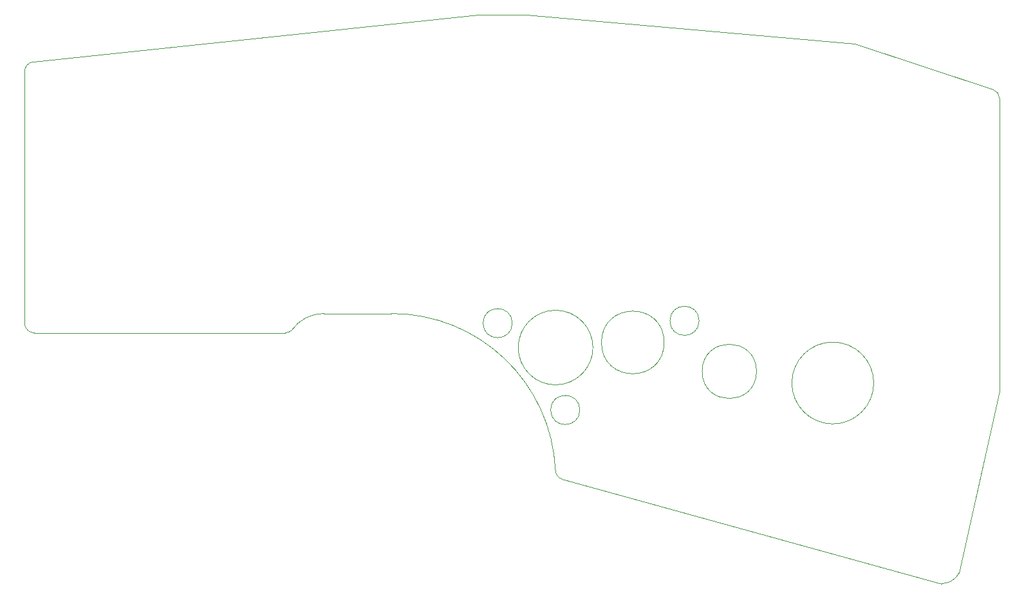
<source format=gbr>
%TF.GenerationSoftware,KiCad,Pcbnew,(5.1.12)-1*%
%TF.CreationDate,2021-12-12T05:01:24+00:00*%
%TF.ProjectId,StenoMi,5374656e-6f4d-4692-9e6b-696361645f70,rev?*%
%TF.SameCoordinates,Original*%
%TF.FileFunction,Profile,NP*%
%FSLAX46Y46*%
G04 Gerber Fmt 4.6, Leading zero omitted, Abs format (unit mm)*
G04 Created by KiCad (PCBNEW (5.1.12)-1) date 2021-12-12 05:01:24*
%MOMM*%
%LPD*%
G01*
G04 APERTURE LIST*
%TA.AperFunction,Profile*%
%ADD10C,0.050000*%
%TD*%
G04 APERTURE END LIST*
D10*
X144727602Y-78998177D02*
G75*
G03*
X144727602Y-78998177I-5388154J0D01*
G01*
X106056342Y-82550000D02*
G75*
G03*
X106056342Y-82550000I-1916342J0D01*
G01*
X97166342Y-71120000D02*
G75*
G03*
X97166342Y-71120000I-1916342J0D01*
G01*
X160410213Y-40351639D02*
X142240000Y-34290000D01*
X161290000Y-80010000D02*
X161289649Y-41550057D01*
X160410213Y-40351639D02*
G75*
G02*
X161289649Y-41550057I-386503J-1205516D01*
G01*
X34154748Y-36709580D02*
X92710000Y-30480000D01*
X33020000Y-71120000D02*
X33024590Y-37980520D01*
X33024590Y-37980520D02*
G75*
G02*
X34154748Y-36709580I1269102J9432D01*
G01*
X81280000Y-69850000D02*
X72389999Y-69850001D01*
X68126876Y-72092427D02*
G75*
G02*
X67310000Y-72390000I-816876J972427D01*
G01*
X68128851Y-72094777D02*
G75*
G02*
X72389999Y-69850001I4232255J-2867129D01*
G01*
X81280001Y-69848863D02*
G75*
G02*
X102849556Y-90474872I-1J-21591137D01*
G01*
X153670000Y-105410000D02*
X103735107Y-91670559D01*
X103735107Y-91670560D02*
G75*
G02*
X102849557Y-90474871I377421J1205298D01*
G01*
X107781823Y-74330388D02*
G75*
G03*
X107781823Y-74330388I-4911823J0D01*
G01*
X34290000Y-72390000D02*
X67310000Y-72390000D01*
X155941845Y-104005923D02*
X161290000Y-80010000D01*
X155941845Y-104005923D02*
G75*
G02*
X153670000Y-105410000I-2271845J1135923D01*
G01*
X34290000Y-72390000D02*
G75*
G02*
X33020000Y-71120000I0J1270000D01*
G01*
X121748460Y-70808042D02*
G75*
G03*
X121748460Y-70808042I-1916342J0D01*
G01*
X117154555Y-73660000D02*
G75*
G03*
X117154555Y-73660000I-4124555J0D01*
G01*
X129303598Y-77470000D02*
G75*
G03*
X129303598Y-77470000I-3573598J0D01*
G01*
X99060000Y-30480000D02*
X92710000Y-30480000D01*
X142240000Y-34290000D02*
X99060000Y-30480000D01*
M02*

</source>
